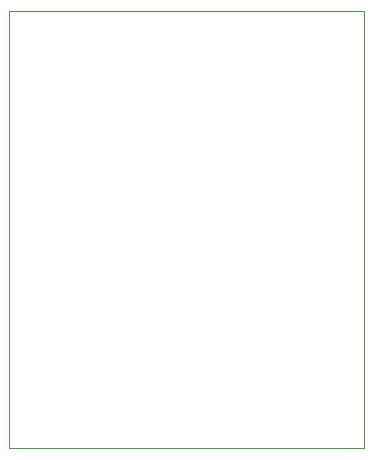
<source format=gm1>
%TF.GenerationSoftware,KiCad,Pcbnew,(6.0.8-1)-1*%
%TF.CreationDate,2022-10-24T08:07:35+03:00*%
%TF.ProjectId,kamaji_button_v1,6b616d61-6a69-45f6-9275-74746f6e5f76,rev?*%
%TF.SameCoordinates,PX2faf080PY2faf080*%
%TF.FileFunction,Profile,NP*%
%FSLAX46Y46*%
G04 Gerber Fmt 4.6, Leading zero omitted, Abs format (unit mm)*
G04 Created by KiCad (PCBNEW (6.0.8-1)-1) date 2022-10-24 08:07:35*
%MOMM*%
%LPD*%
G01*
G04 APERTURE LIST*
%TA.AperFunction,Profile*%
%ADD10C,0.100000*%
%TD*%
G04 APERTURE END LIST*
D10*
X0Y0D02*
X30000000Y0D01*
X0Y-37000000D02*
X0Y0D01*
X30000000Y0D02*
X30000000Y-37000000D01*
X30000000Y-37000000D02*
X0Y-37000000D01*
M02*

</source>
